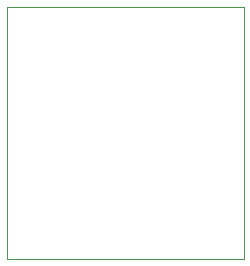
<source format=gbr>
G04 #@! TF.FileFunction,Profile,NP*
%FSLAX46Y46*%
G04 Gerber Fmt 4.6, Leading zero omitted, Abs format (unit mm)*
G04 Created by KiCad (PCBNEW (2015-05-26 BZR 5680)-product) date 2015 June 16, Tuesday 18:31:44*
%MOMM*%
G01*
G04 APERTURE LIST*
%ADD10C,0.100000*%
G04 APERTURE END LIST*
D10*
X148082000Y-101600000D02*
X148082000Y-80264000D01*
X168148000Y-101600000D02*
X148082000Y-101600000D01*
X168148000Y-80264000D02*
X168148000Y-101600000D01*
X148082000Y-80264000D02*
X168148000Y-80264000D01*
M02*

</source>
